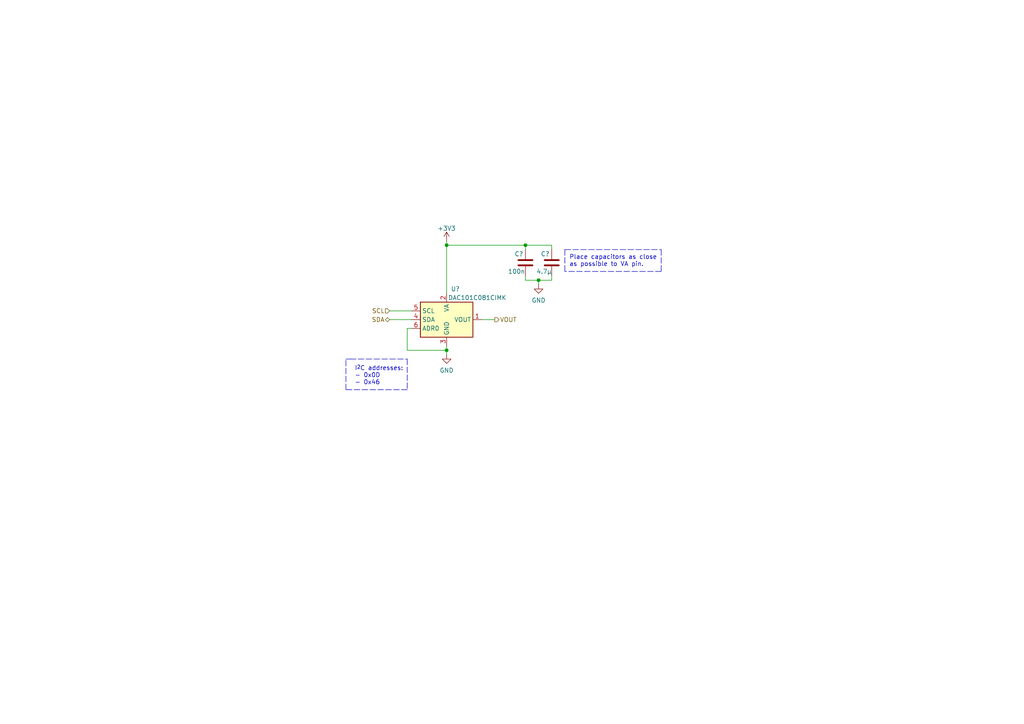
<source format=kicad_sch>
(kicad_sch (version 20211123) (generator eeschema)
  (paper "A4")
  (lib_symbols
    (symbol "Analog_DAC:DAC101C081CIMK"
      (property "Reference" "U" (at 2.54 8.89 0))
      (property "Value" "DAC101C081CIMK" (at 8.89 6.35 0))
      (symbol "DAC101C081CIMK_0_1"
        (rectangle (start -7.62 -5.08) (end 7.62 5.08) (stroke (width 0.254)) (fill (type background)))
      )
      (symbol "DAC101C081CIMK_1_1"
        (pin output line (at 10.16 0 180) (length 2.54) (name "VOUT") (number "1"))
        (pin power_in line (at 0 7.62 270) (length 2.54) (name "VA") (number "2"))
        (pin power_in line (at 0 -7.62 90) (length 2.54) (name "GND") (number "3"))
        (pin bidirectional line (at -10.16 0 0) (length 2.54) (name "SDA") (number "4"))
        (pin input line (at -10.16 2.54 0) (length 2.54) (name "SCL") (number "5"))
        (pin input line (at -10.16 -2.54 0) (length 2.54) (name "ADR0") (number "6"))
      )
    )
    (symbol "Device:C" (pin_numbers hide) (pin_names (offset 0.254))
      (property "Reference" "C" (at 0.635 2.54 0))
      (property "Value" "C" (at 0.635 -2.54 0))
      (symbol "C_0_1"
        (polyline (pts (xy -2.032 -0.762) (xy 2.032 -0.762)) (stroke (width 0.508)))
        (polyline (pts (xy -2.032 0.762) (xy 2.032 0.762)) (stroke (width 0.508)))
      )
      (symbol "C_1_1"
        (pin passive line (at 0 3.81 270) (length 2.794) (name "~") (number "1"))
        (pin passive line (at 0 -3.81 90) (length 2.794) (name "~") (number "2"))
      )
    )
    (symbol "power:+3V3" (power) (pin_names (offset 0))
      (property "Value" "+3V3" (at 0 3.556 0))
      (symbol "+3V3_0_1"
        (polyline (pts (xy -0.762 1.27) (xy 0 2.54)))
        (polyline (pts (xy 0 0) (xy 0 2.54)))
        (polyline (pts (xy 0 2.54) (xy 0.762 1.27)))
      )
      (symbol "+3V3_1_1"
        (pin power_in line (at 0 0 90) (length 0) hide (name "+3V3") (number "1"))
      )
    )
    (symbol "power:GND" (power) (pin_names (offset 0))
      (property "Value" "GND" (at 0 -3.81 0))
      (symbol "GND_0_1"
        (polyline (pts (xy 0 0) (xy 0 -1.27) (xy 1.27 -1.27) (xy 0 -2.54) (xy -1.27 -1.27) (xy 0 -1.27)))
      )
      (symbol "GND_1_1"
        (pin power_in line (at 0 0 270) (length 0) hide (name "GND") (number "1"))
      )
    )
  )
  (junction (at 152.4 71.12))
  (junction (at 129.54 71.12))
  (junction (at 129.54 101.6))
  (junction (at 156.21 81.28))
  (wire (pts (xy 152.4 71.12) (xy 160.02 71.12)))
  (wire (pts (xy 152.4 80.01) (xy 152.4 81.28)))
  (wire (pts (xy 160.02 81.28) (xy 160.02 80.01)))
  (polyline (pts (xy 163.83 72.39) (xy 163.83 78.74)))
  (wire (pts (xy 129.54 101.6) (xy 129.54 102.87)))
  (polyline (pts (xy 118.11 113.03) (xy 100.33 113.03)))
  (wire (pts (xy 129.54 69.85) (xy 129.54 71.12)))
  (wire (pts (xy 139.7 92.71) (xy 143.51 92.71)))
  (polyline (pts (xy 118.11 104.14) (xy 118.11 113.03)))
  (wire (pts (xy 129.54 71.12) (xy 152.4 71.12)))
  (polyline (pts (xy 100.33 113.03) (xy 100.33 104.14)))
  (wire (pts (xy 156.21 81.28) (xy 160.02 81.28)))
  (wire (pts (xy 156.21 81.28) (xy 156.21 82.55)))
  (polyline (pts (xy 101.6 104.14) (xy 118.11 104.14)))
  (wire (pts (xy 118.11 101.6) (xy 118.11 95.25)))
  (wire (pts (xy 129.54 101.6) (xy 118.11 101.6)))
  (polyline (pts (xy 191.77 72.39) (xy 191.77 78.74)))
  (wire (pts (xy 152.4 81.28) (xy 156.21 81.28)))
  (wire (pts (xy 129.54 71.12) (xy 129.54 85.09)))
  (polyline (pts (xy 163.83 72.39) (xy 191.77 72.39)))
  (wire (pts (xy 129.54 100.33) (xy 129.54 101.6)))
  (wire (pts (xy 160.02 71.12) (xy 160.02 72.39)))
  (wire (pts (xy 113.03 90.17) (xy 119.38 90.17)))
  (wire (pts (xy 113.03 92.71) (xy 119.38 92.71)))
  (wire (pts (xy 118.11 95.25) (xy 119.38 95.25)))
  (polyline (pts (xy 191.77 78.74) (xy 163.83 78.74)))
  (polyline (pts (xy 100.33 104.14) (xy 101.6 104.14)))
  (wire (pts (xy 152.4 71.12) (xy 152.4 72.39)))
  (text "I^{2}C addresses:\n- 0x0D\n- 0x46" (at 102.87 111.76 0) (effects (font (size 1.27 1.27)) (justify left bottom)))
  (text "Place capacitors as close\nas possible to VA pin." (at 165.1 77.47 0) (effects (font (size 1.27 1.27)) (justify left bottom)))
  (hierarchical_label "SDA" (shape bidirectional) (at 113.03 92.71 180))
  (hierarchical_label "SCL" (shape input) (at 113.03 90.17 180))
  (hierarchical_label "VOUT" (shape output) (at 143.51 92.71 0))
  (symbol (lib_id "Device:C") (at 152.4 76.2 0) (unit 1)
    (property "Reference" "C?" (at 149.225 73.66 0) (effects (justify left)))
    (property "Value" "100n" (at 147.32 78.74 0) (effects (justify left)))
    (property "Footprint" "Capacitor_SMD:C_0402_1005Metric" (effects hide))
  )
  (symbol (lib_id "power:GND") (at 129.54 102.87 0) (unit 1)
    (property "Reference" "#PWR?" (effects hide))
    (property "Value" "GND" (at 129.54 107.4325 0))
  )
  (symbol (lib_id "power:+3V3") (at 129.54 69.85 0) (unit 1)
    (property "Reference" "#PWR?" (effects hide))
    (property "Value" "+3V3" (at 129.54 66.2455 0))
  )
  (symbol (lib_id "Analog_DAC:DAC101C081CIMK") (at 129.54 92.71 0) (unit 1)
    (property "Reference" "U?" (at 132.08 83.82 0))
    (property "Value" "DAC101C081CIMK" (at 138.43 86.36 0))
    (property "Footprint" "Package_TO_SOT_SMD:SOT-23-6" (effects hide))
    (property "Datasheet" "http://www.ti.com/lit/ds/symlink/dac101c081.pdf" (effects hide))
  )
  (symbol (lib_id "Device:C") (at 160.02 76.2 0) (unit 1)
    (property "Reference" "C?" (at 156.845 73.66 0) (effects (justify left)))
    (property "Value" "4.7μ" (at 155.575 78.74 0) (effects (justify left)))
    (property "Footprint" "Capacitor_SMD:C_0402_1005Metric" (effects hide))
  )
  (symbol (lib_id "power:GND") (at 156.21 82.55 0) (unit 1)
    (property "Reference" "#PWR?" (effects hide))
    (property "Value" "GND" (at 156.21 87.1125 0))
  )
)
</source>
